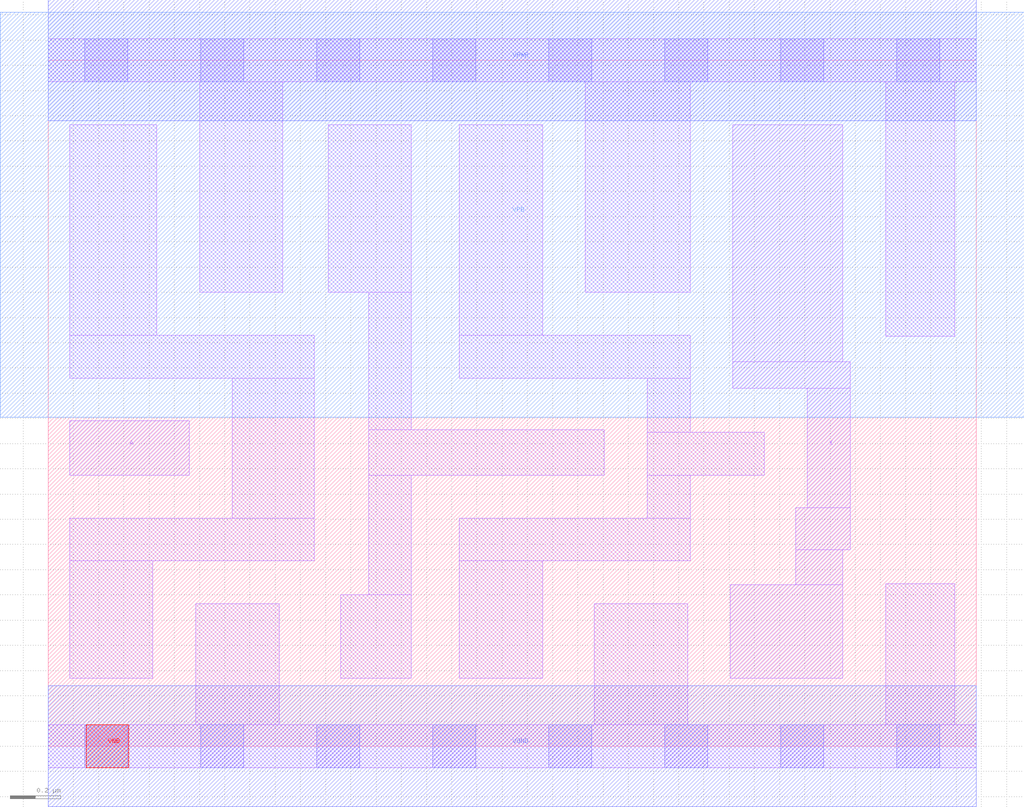
<source format=lef>
# Copyright 2020 The SkyWater PDK Authors
#
# Licensed under the Apache License, Version 2.0 (the "License");
# you may not use this file except in compliance with the License.
# You may obtain a copy of the License at
#
#     https://www.apache.org/licenses/LICENSE-2.0
#
# Unless required by applicable law or agreed to in writing, software
# distributed under the License is distributed on an "AS IS" BASIS,
# WITHOUT WARRANTIES OR CONDITIONS OF ANY KIND, either express or implied.
# See the License for the specific language governing permissions and
# limitations under the License.
#
# SPDX-License-Identifier: Apache-2.0

VERSION 5.7 ;
  NOWIREEXTENSIONATPIN ON ;
  DIVIDERCHAR "/" ;
  BUSBITCHARS "[]" ;
MACRO sky130_fd_sc_hd__clkdlybuf4s18_2
  CLASS CORE ;
  FOREIGN sky130_fd_sc_hd__clkdlybuf4s18_2 ;
  ORIGIN  0.000000  0.000000 ;
  SIZE  3.680000 BY  2.720000 ;
  SYMMETRY X Y R90 ;
  SITE unithd ;
  PIN A
    ANTENNAGATEAREA  0.213000 ;
    DIRECTION INPUT ;
    USE SIGNAL ;
    PORT
      LAYER li1 ;
        RECT 0.085000 1.075000 0.560000 1.290000 ;
    END
  END A
  PIN VNB
    PORT
      LAYER pwell ;
        RECT 0.150000 -0.085000 0.320000 0.085000 ;
    END
  END VNB
  PIN VPB
    PORT
      LAYER nwell ;
        RECT -0.190000 1.305000 3.870000 2.910000 ;
    END
  END VPB
  PIN X
    ANTENNADIFFAREA  0.397600 ;
    DIRECTION OUTPUT ;
    USE SIGNAL ;
    PORT
      LAYER li1 ;
        RECT 2.705000 0.270000 3.150000 0.640000 ;
        RECT 2.715000 1.420000 3.180000 1.525000 ;
        RECT 2.715000 1.525000 3.150000 2.465000 ;
        RECT 2.965000 0.640000 3.150000 0.780000 ;
        RECT 2.965000 0.780000 3.180000 0.945000 ;
        RECT 3.010000 0.945000 3.180000 1.420000 ;
    END
  END X
  PIN VGND
    DIRECTION INOUT ;
    SHAPE ABUTMENT ;
    USE GROUND ;
    PORT
      LAYER met1 ;
        RECT 0.000000 -0.240000 3.680000 0.240000 ;
    END
  END VGND
  PIN VPWR
    DIRECTION INOUT ;
    SHAPE ABUTMENT ;
    USE POWER ;
    PORT
      LAYER met1 ;
        RECT 0.000000 2.480000 3.680000 2.960000 ;
    END
  END VPWR
  OBS
    LAYER li1 ;
      RECT 0.000000 -0.085000 3.680000 0.085000 ;
      RECT 0.000000  2.635000 3.680000 2.805000 ;
      RECT 0.085000  0.270000 0.415000 0.735000 ;
      RECT 0.085000  0.735000 1.055000 0.905000 ;
      RECT 0.085000  1.460000 1.055000 1.630000 ;
      RECT 0.085000  1.630000 0.430000 2.465000 ;
      RECT 0.585000  0.085000 0.915000 0.565000 ;
      RECT 0.600000  1.800000 0.930000 2.635000 ;
      RECT 0.730000  0.905000 1.055000 1.460000 ;
      RECT 1.110000  1.800000 1.440000 2.465000 ;
      RECT 1.160000  0.270000 1.440000 0.600000 ;
      RECT 1.270000  0.600000 1.440000 1.075000 ;
      RECT 1.270000  1.075000 2.205000 1.255000 ;
      RECT 1.270000  1.255000 1.440000 1.800000 ;
      RECT 1.630000  0.270000 1.960000 0.735000 ;
      RECT 1.630000  0.735000 2.545000 0.905000 ;
      RECT 1.630000  1.460000 2.545000 1.630000 ;
      RECT 1.630000  1.630000 1.960000 2.465000 ;
      RECT 2.130000  1.800000 2.545000 2.635000 ;
      RECT 2.165000  0.085000 2.535000 0.565000 ;
      RECT 2.375000  0.905000 2.545000 1.075000 ;
      RECT 2.375000  1.075000 2.840000 1.245000 ;
      RECT 2.375000  1.245000 2.545000 1.460000 ;
      RECT 3.320000  0.085000 3.595000 0.645000 ;
      RECT 3.320000  1.625000 3.595000 2.635000 ;
    LAYER mcon ;
      RECT 0.145000 -0.085000 0.315000 0.085000 ;
      RECT 0.145000  2.635000 0.315000 2.805000 ;
      RECT 0.605000 -0.085000 0.775000 0.085000 ;
      RECT 0.605000  2.635000 0.775000 2.805000 ;
      RECT 1.065000 -0.085000 1.235000 0.085000 ;
      RECT 1.065000  2.635000 1.235000 2.805000 ;
      RECT 1.525000 -0.085000 1.695000 0.085000 ;
      RECT 1.525000  2.635000 1.695000 2.805000 ;
      RECT 1.985000 -0.085000 2.155000 0.085000 ;
      RECT 1.985000  2.635000 2.155000 2.805000 ;
      RECT 2.445000 -0.085000 2.615000 0.085000 ;
      RECT 2.445000  2.635000 2.615000 2.805000 ;
      RECT 2.905000 -0.085000 3.075000 0.085000 ;
      RECT 2.905000  2.635000 3.075000 2.805000 ;
      RECT 3.365000 -0.085000 3.535000 0.085000 ;
      RECT 3.365000  2.635000 3.535000 2.805000 ;
  END
END sky130_fd_sc_hd__clkdlybuf4s18_2
END LIBRARY

</source>
